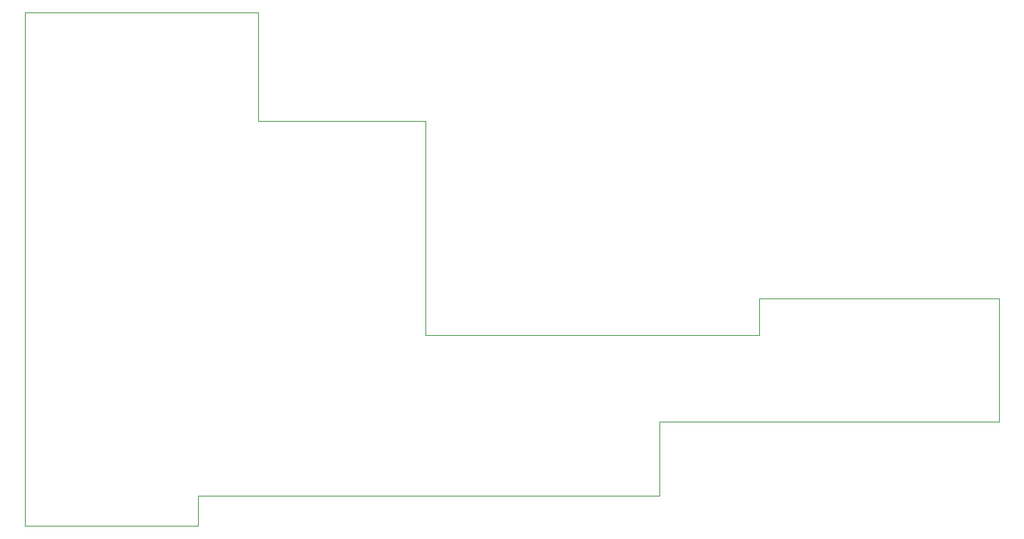
<source format=gm1>
G04 #@! TF.GenerationSoftware,KiCad,Pcbnew,(5.1.0)-1*
G04 #@! TF.CreationDate,2021-02-28T15:06:35+01:00*
G04 #@! TF.ProjectId,Atari simm expansion PLCC,41746172-6920-4736-996d-6d2065787061,rev?*
G04 #@! TF.SameCoordinates,Original*
G04 #@! TF.FileFunction,Profile,NP*
%FSLAX46Y46*%
G04 Gerber Fmt 4.6, Leading zero omitted, Abs format (unit mm)*
G04 Created by KiCad (PCBNEW (5.1.0)-1) date 2021-02-28 15:06:35*
%MOMM*%
%LPD*%
G04 APERTURE LIST*
%ADD10C,0.050000*%
G04 APERTURE END LIST*
D10*
X176250000Y-118000000D02*
X176250000Y-126500000D01*
X215500000Y-118000000D02*
X176250000Y-118000000D01*
X215500000Y-103750000D02*
X215500000Y-118000000D01*
X187750000Y-103750000D02*
X215500000Y-103750000D01*
X187750000Y-108000000D02*
X187750000Y-103750000D01*
X103000000Y-130000000D02*
X103000000Y-126500000D01*
X123000000Y-130000000D02*
X103000000Y-130000000D01*
X123000000Y-126500000D02*
X123000000Y-130000000D01*
X176250000Y-126500000D02*
X123000000Y-126500000D01*
X149250000Y-108000000D02*
X149250000Y-103000000D01*
X187750000Y-108000000D02*
X149250000Y-108000000D01*
X103000000Y-70750000D02*
X103750000Y-70750000D01*
X103000000Y-126500000D02*
X103000000Y-70750000D01*
X149250000Y-103000000D02*
X149250000Y-83250000D01*
X146750000Y-83250000D02*
X149250000Y-83250000D01*
X130000000Y-83250000D02*
X146750000Y-83250000D01*
X130000000Y-70750000D02*
X130000000Y-83250000D01*
X103750000Y-70750000D02*
X130000000Y-70750000D01*
M02*

</source>
